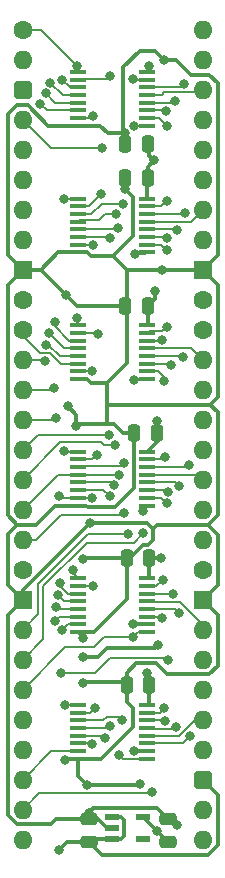
<source format=gtl>
%TF.GenerationSoftware,KiCad,Pcbnew,8.0.4*%
%TF.CreationDate,2024-08-22T12:59:09+02:00*%
%TF.ProjectId,Counter 24bit,436f756e-7465-4722-9032-346269742e6b,rev?*%
%TF.SameCoordinates,PX4756f08PY2e063a0*%
%TF.FileFunction,Copper,L1,Top*%
%TF.FilePolarity,Positive*%
%FSLAX46Y46*%
G04 Gerber Fmt 4.6, Leading zero omitted, Abs format (unit mm)*
G04 Created by KiCad (PCBNEW 8.0.4) date 2024-08-22 12:59:09*
%MOMM*%
%LPD*%
G01*
G04 APERTURE LIST*
G04 Aperture macros list*
%AMRoundRect*
0 Rectangle with rounded corners*
0 $1 Rounding radius*
0 $2 $3 $4 $5 $6 $7 $8 $9 X,Y pos of 4 corners*
0 Add a 4 corners polygon primitive as box body*
4,1,4,$2,$3,$4,$5,$6,$7,$8,$9,$2,$3,0*
0 Add four circle primitives for the rounded corners*
1,1,$1+$1,$2,$3*
1,1,$1+$1,$4,$5*
1,1,$1+$1,$6,$7*
1,1,$1+$1,$8,$9*
0 Add four rect primitives between the rounded corners*
20,1,$1+$1,$2,$3,$4,$5,0*
20,1,$1+$1,$4,$5,$6,$7,0*
20,1,$1+$1,$6,$7,$8,$9,0*
20,1,$1+$1,$8,$9,$2,$3,0*%
G04 Aperture macros list end*
%TA.AperFunction,ComponentPad*%
%ADD10C,1.600000*%
%TD*%
%TA.AperFunction,ComponentPad*%
%ADD11O,1.600000X1.600000*%
%TD*%
%TA.AperFunction,ComponentPad*%
%ADD12RoundRect,0.400000X-0.400000X-0.400000X0.400000X-0.400000X0.400000X0.400000X-0.400000X0.400000X0*%
%TD*%
%TA.AperFunction,ComponentPad*%
%ADD13R,1.600000X1.600000*%
%TD*%
%TA.AperFunction,SMDPad,CuDef*%
%ADD14RoundRect,0.250000X0.475000X-0.250000X0.475000X0.250000X-0.475000X0.250000X-0.475000X-0.250000X0*%
%TD*%
%TA.AperFunction,SMDPad,CuDef*%
%ADD15R,1.450000X0.450000*%
%TD*%
%TA.AperFunction,SMDPad,CuDef*%
%ADD16R,1.150000X0.600000*%
%TD*%
%TA.AperFunction,SMDPad,CuDef*%
%ADD17RoundRect,0.250000X0.250000X0.475000X-0.250000X0.475000X-0.250000X-0.475000X0.250000X-0.475000X0*%
%TD*%
%TA.AperFunction,ViaPad*%
%ADD18C,0.800000*%
%TD*%
%TA.AperFunction,Conductor*%
%ADD19C,0.380000*%
%TD*%
%TA.AperFunction,Conductor*%
%ADD20C,0.200000*%
%TD*%
G04 APERTURE END LIST*
D10*
%TO.P,J1,1,Pin_1*%
%TO.N,~{Reset}*%
X0Y0D03*
D11*
%TO.P,J1,2,Pin_2*%
%TO.N,unconnected-(J1-Pin_2-Pad2)*%
X0Y-2540000D03*
D12*
%TO.P,J1,3,Pin_3*%
%TO.N,5V*%
X0Y-5080000D03*
D11*
%TO.P,J1,4,Pin_4*%
%TO.N,CLK*%
X0Y-7620000D03*
%TO.P,J1,5,Pin_5*%
%TO.N,unconnected-(J1-Pin_5-Pad5)*%
X0Y-10160000D03*
%TO.P,J1,6,Pin_6*%
%TO.N,unconnected-(J1-Pin_6-Pad6)*%
X0Y-12700000D03*
%TO.P,J1,7,Pin_7*%
%TO.N,unconnected-(J1-Pin_7-Pad7)*%
X0Y-15240000D03*
%TO.P,J1,8,Pin_8*%
%TO.N,unconnected-(J1-Pin_8-Pad8)*%
X0Y-17780000D03*
D13*
%TO.P,J1,9,Pin_9*%
%TO.N,GND*%
X0Y-20320000D03*
D10*
%TO.P,J1,10,Pin_10*%
%TO.N,unconnected-(J1-Pin_10-Pad10)*%
X0Y-22860000D03*
%TO.P,J1,11,Pin_11*%
%TO.N,D7*%
X0Y-25400000D03*
D11*
%TO.P,J1,12,Pin_12*%
%TO.N,D6*%
X0Y-27940000D03*
%TO.P,J1,13,Pin_13*%
%TO.N,D5*%
X0Y-30480000D03*
%TO.P,J1,14,Pin_14*%
%TO.N,D4*%
X0Y-33020000D03*
%TO.P,J1,15,Pin_15*%
%TO.N,D3*%
X0Y-35560000D03*
%TO.P,J1,16,Pin_16*%
%TO.N,D2*%
X0Y-38100000D03*
%TO.P,J1,17,Pin_17*%
%TO.N,D1*%
X0Y-40640000D03*
%TO.P,J1,18,Pin_18*%
%TO.N,D0*%
X0Y-43180000D03*
D10*
%TO.P,J1,19,Pin_19*%
%TO.N,unconnected-(J1-Pin_19-Pad19)*%
X0Y-45720000D03*
D13*
%TO.P,J1,20,Pin_20*%
%TO.N,GND*%
X0Y-48260000D03*
D11*
%TO.P,J1,21,Pin_21*%
%TO.N,~{Latch Bank}*%
X0Y-50800000D03*
%TO.P,J1,22,Pin_22*%
%TO.N,~{Latch High}*%
X0Y-53340000D03*
%TO.P,J1,23,Pin_23*%
%TO.N,~{Latch Low}*%
X0Y-55880000D03*
%TO.P,J1,24,Pin_24*%
%TO.N,unconnected-(J1-Pin_24-Pad24)*%
X0Y-58420000D03*
%TO.P,J1,25,Pin_25*%
%TO.N,unconnected-(J1-Pin_25-Pad25)*%
X0Y-60960000D03*
%TO.P,J1,26,Pin_26*%
%TO.N,Count Enable*%
X0Y-63500000D03*
%TO.P,J1,27,Pin_27*%
%TO.N,TC_{0..3}*%
X0Y-66040000D03*
%TO.P,J1,28,Pin_28*%
%TO.N,TC_{20..23}*%
X0Y-68580000D03*
%TO.P,J1,29,Pin_29*%
%TO.N,unconnected-(J1-Pin_29-Pad29)*%
X15240000Y-68580000D03*
%TO.P,J1,30,Pin_30*%
%TO.N,C0*%
X15240000Y-66040000D03*
D12*
%TO.P,J1,31,Pin_31*%
%TO.N,5V*%
X15240000Y-63500000D03*
D11*
%TO.P,J1,32,Pin_32*%
%TO.N,C1*%
X15240000Y-60960000D03*
%TO.P,J1,33,Pin_33*%
%TO.N,C2*%
X15240000Y-58420000D03*
%TO.P,J1,34,Pin_34*%
%TO.N,C3*%
X15240000Y-55880000D03*
%TO.P,J1,35,Pin_35*%
%TO.N,C4*%
X15240000Y-53340000D03*
%TO.P,J1,36,Pin_36*%
%TO.N,C5*%
X15240000Y-50800000D03*
D13*
%TO.P,J1,37,Pin_37*%
%TO.N,GND*%
X15240000Y-48260000D03*
D10*
%TO.P,J1,38,Pin_38*%
%TO.N,C6*%
X15240000Y-45720000D03*
D11*
%TO.P,J1,39,Pin_39*%
%TO.N,C7*%
X15240000Y-43180000D03*
%TO.P,J1,40,Pin_40*%
%TO.N,C8*%
X15240000Y-40640000D03*
%TO.P,J1,41,Pin_41*%
%TO.N,C9*%
X15240000Y-38100000D03*
%TO.P,J1,42,Pin_42*%
%TO.N,C10*%
X15240000Y-35560000D03*
%TO.P,J1,43,Pin_43*%
%TO.N,C11*%
X15240000Y-33020000D03*
%TO.P,J1,44,Pin_44*%
%TO.N,C12*%
X15240000Y-30480000D03*
%TO.P,J1,45,Pin_45*%
%TO.N,C13*%
X15240000Y-27940000D03*
D10*
%TO.P,J1,46,Pin_46*%
%TO.N,C14*%
X15240000Y-25400000D03*
%TO.P,J1,47,Pin_47*%
%TO.N,C15*%
X15240000Y-22860000D03*
D13*
%TO.P,J1,48,Pin_48*%
%TO.N,GND*%
X15240000Y-20320000D03*
D11*
%TO.P,J1,49,Pin_49*%
%TO.N,C16*%
X15240000Y-17780000D03*
%TO.P,J1,50,Pin_50*%
%TO.N,C17*%
X15240000Y-15240000D03*
%TO.P,J1,51,Pin_51*%
%TO.N,C18*%
X15240000Y-12700000D03*
%TO.P,J1,52,Pin_52*%
%TO.N,C19*%
X15240000Y-10160000D03*
%TO.P,J1,53,Pin_53*%
%TO.N,C20*%
X15240000Y-7620000D03*
%TO.P,J1,54,Pin_54*%
%TO.N,C21*%
X15240000Y-5080000D03*
%TO.P,J1,55,Pin_55*%
%TO.N,C22*%
X15240000Y-2540000D03*
%TO.P,J1,56,Pin_56*%
%TO.N,C23*%
X15240000Y0D03*
%TD*%
D14*
%TO.P,C10,1*%
%TO.N,5V*%
X5588000Y-68752000D03*
%TO.P,C10,2*%
%TO.N,GND*%
X5588000Y-66852000D03*
%TD*%
D15*
%TO.P,IC7,1,~{MR}*%
%TO.N,~{Reset}*%
X4695000Y-25004600D03*
%TO.P,IC7,2,CP*%
%TO.N,CLK*%
X4695000Y-25654600D03*
%TO.P,IC7,3,D0*%
%TO.N,D4*%
X4695000Y-26304600D03*
%TO.P,IC7,4,D1*%
%TO.N,D5*%
X4695000Y-26954600D03*
%TO.P,IC7,5,D2*%
%TO.N,D6*%
X4695000Y-27604600D03*
%TO.P,IC7,6,D3*%
%TO.N,D7*%
X4695000Y-28254600D03*
%TO.P,IC7,7,CEP*%
%TO.N,TC_{0..3}*%
X4695000Y-28904600D03*
%TO.P,IC7,8,GND*%
%TO.N,GND*%
X4695000Y-29554600D03*
%TO.P,IC7,9,~{PE}*%
%TO.N,~{Latch High}*%
X10545000Y-29554600D03*
%TO.P,IC7,10,CET*%
%TO.N,/TC_{8..11}*%
X10545000Y-28904600D03*
%TO.P,IC7,11,Q3*%
%TO.N,C15*%
X10545000Y-28254600D03*
%TO.P,IC7,12,Q2*%
%TO.N,C14*%
X10545000Y-27604600D03*
%TO.P,IC7,13,Q1*%
%TO.N,C13*%
X10545000Y-26954600D03*
%TO.P,IC7,14,Q0*%
%TO.N,C12*%
X10545000Y-26304600D03*
%TO.P,IC7,15,TC*%
%TO.N,/TC_{12..15}*%
X10545000Y-25654600D03*
%TO.P,IC7,16,3V*%
%TO.N,/3.3V*%
X10545000Y-25004600D03*
%TD*%
D16*
%TO.P,IC1,1,6VIn*%
%TO.N,5V*%
X7590000Y-66614000D03*
%TO.P,IC1,2,GND*%
%TO.N,GND*%
X7590000Y-67564000D03*
%TO.P,IC1,3,EN*%
%TO.N,5V*%
X7590000Y-68514000D03*
%TO.P,IC1,4,ADJ*%
%TO.N,unconnected-(IC1-ADJ-Pad4)*%
X10190000Y-68514000D03*
%TO.P,IC1,5,3.3VOut*%
%TO.N,/3.3V*%
X10190000Y-66614000D03*
%TD*%
D17*
%TO.P,C1,1*%
%TO.N,/3.3V*%
X10586000Y-12573000D03*
%TO.P,C1,2*%
%TO.N,GND*%
X8686000Y-12573000D03*
%TD*%
%TO.P,C2,1*%
%TO.N,/3.3V*%
X11348000Y-34163000D03*
%TO.P,C2,2*%
%TO.N,GND*%
X9448000Y-34163000D03*
%TD*%
%TO.P,C7,1*%
%TO.N,/3.3V*%
X10586000Y-23368000D03*
%TO.P,C7,2*%
%TO.N,GND*%
X8686000Y-23368000D03*
%TD*%
D15*
%TO.P,IC6,1,~{MR}*%
%TO.N,~{Reset}*%
X4695000Y-35723400D03*
%TO.P,IC6,2,CP*%
%TO.N,CLK*%
X4695000Y-36373400D03*
%TO.P,IC6,3,D0*%
%TO.N,D0*%
X4695000Y-37023400D03*
%TO.P,IC6,4,D1*%
%TO.N,D1*%
X4695000Y-37673400D03*
%TO.P,IC6,5,D2*%
%TO.N,D2*%
X4695000Y-38323400D03*
%TO.P,IC6,6,D3*%
%TO.N,D3*%
X4695000Y-38973400D03*
%TO.P,IC6,7,CEP*%
%TO.N,TC_{0..3}*%
X4695000Y-39623400D03*
%TO.P,IC6,8,GND*%
%TO.N,GND*%
X4695000Y-40273400D03*
%TO.P,IC6,9,~{PE}*%
%TO.N,~{Latch High}*%
X10545000Y-40273400D03*
%TO.P,IC6,10,CET*%
%TO.N,/TC_{4..7}*%
X10545000Y-39623400D03*
%TO.P,IC6,11,Q3*%
%TO.N,C11*%
X10545000Y-38973400D03*
%TO.P,IC6,12,Q2*%
%TO.N,C10*%
X10545000Y-38323400D03*
%TO.P,IC6,13,Q1*%
%TO.N,C9*%
X10545000Y-37673400D03*
%TO.P,IC6,14,Q0*%
%TO.N,C8*%
X10545000Y-37023400D03*
%TO.P,IC6,15,TC*%
%TO.N,/TC_{8..11}*%
X10545000Y-36373400D03*
%TO.P,IC6,16,3V*%
%TO.N,/3.3V*%
X10545000Y-35723400D03*
%TD*%
%TO.P,IC9,1,~{MR}*%
%TO.N,~{Reset}*%
X4695000Y-14285800D03*
%TO.P,IC9,2,CP*%
%TO.N,CLK*%
X4695000Y-14935800D03*
%TO.P,IC9,3,D0*%
%TO.N,D0*%
X4695000Y-15585800D03*
%TO.P,IC9,4,D1*%
%TO.N,D1*%
X4695000Y-16235800D03*
%TO.P,IC9,5,D2*%
%TO.N,D2*%
X4695000Y-16885800D03*
%TO.P,IC9,6,D3*%
%TO.N,D3*%
X4695000Y-17535800D03*
%TO.P,IC9,7,CEP*%
%TO.N,TC_{0..3}*%
X4695000Y-18185800D03*
%TO.P,IC9,8,GND*%
%TO.N,GND*%
X4695000Y-18835800D03*
%TO.P,IC9,9,~{PE}*%
%TO.N,~{Latch Bank}*%
X10545000Y-18835800D03*
%TO.P,IC9,10,CET*%
%TO.N,/TC_{12..15}*%
X10545000Y-18185800D03*
%TO.P,IC9,11,Q3*%
%TO.N,C19*%
X10545000Y-17535800D03*
%TO.P,IC9,12,Q2*%
%TO.N,C18*%
X10545000Y-16885800D03*
%TO.P,IC9,13,Q1*%
%TO.N,C17*%
X10545000Y-16235800D03*
%TO.P,IC9,14,Q0*%
%TO.N,C16*%
X10545000Y-15585800D03*
%TO.P,IC9,15,TC*%
%TO.N,/TC_{16..19}*%
X10545000Y-14935800D03*
%TO.P,IC9,16,3V*%
%TO.N,/3.3V*%
X10545000Y-14285800D03*
%TD*%
D17*
%TO.P,C12,1*%
%TO.N,/3.3V*%
X10586000Y-9652000D03*
%TO.P,C12,2*%
%TO.N,GND*%
X8686000Y-9652000D03*
%TD*%
D15*
%TO.P,IC4,1,~{MR}*%
%TO.N,~{Reset}*%
X4695000Y-46442200D03*
%TO.P,IC4,2,CP*%
%TO.N,CLK*%
X4695000Y-47092200D03*
%TO.P,IC4,3,D0*%
%TO.N,D4*%
X4695000Y-47742200D03*
%TO.P,IC4,4,D1*%
%TO.N,D5*%
X4695000Y-48392200D03*
%TO.P,IC4,5,D2*%
%TO.N,D6*%
X4695000Y-49042200D03*
%TO.P,IC4,6,D3*%
%TO.N,D7*%
X4695000Y-49692200D03*
%TO.P,IC4,7,CEP*%
%TO.N,TC_{0..3}*%
X4695000Y-50342200D03*
%TO.P,IC4,8,GND*%
%TO.N,GND*%
X4695000Y-50992200D03*
%TO.P,IC4,9,~{PE}*%
%TO.N,~{Latch Low}*%
X10545000Y-50992200D03*
%TO.P,IC4,10,CET*%
%TO.N,/3.3V*%
X10545000Y-50342200D03*
%TO.P,IC4,11,Q3*%
%TO.N,C7*%
X10545000Y-49692200D03*
%TO.P,IC4,12,Q2*%
%TO.N,C6*%
X10545000Y-49042200D03*
%TO.P,IC4,13,Q1*%
%TO.N,C5*%
X10545000Y-48392200D03*
%TO.P,IC4,14,Q0*%
%TO.N,C4*%
X10545000Y-47742200D03*
%TO.P,IC4,15,TC*%
%TO.N,/TC_{4..7}*%
X10545000Y-47092200D03*
%TO.P,IC4,16,3V*%
%TO.N,/3.3V*%
X10545000Y-46442200D03*
%TD*%
%TO.P,IC3,1,~{MR}*%
%TO.N,~{Reset}*%
X4695000Y-57161000D03*
%TO.P,IC3,2,CP*%
%TO.N,CLK*%
X4695000Y-57811000D03*
%TO.P,IC3,3,D0*%
%TO.N,D0*%
X4695000Y-58461000D03*
%TO.P,IC3,4,D1*%
%TO.N,D1*%
X4695000Y-59111000D03*
%TO.P,IC3,5,D2*%
%TO.N,D2*%
X4695000Y-59761000D03*
%TO.P,IC3,6,D3*%
%TO.N,D3*%
X4695000Y-60411000D03*
%TO.P,IC3,7,CEP*%
%TO.N,Count Enable*%
X4695000Y-61061000D03*
%TO.P,IC3,8,GND*%
%TO.N,GND*%
X4695000Y-61711000D03*
%TO.P,IC3,9,~{PE}*%
%TO.N,~{Latch Low}*%
X10545000Y-61711000D03*
%TO.P,IC3,10,CET*%
%TO.N,/3.3V*%
X10545000Y-61061000D03*
%TO.P,IC3,11,Q3*%
%TO.N,C3*%
X10545000Y-60411000D03*
%TO.P,IC3,12,Q2*%
%TO.N,C2*%
X10545000Y-59761000D03*
%TO.P,IC3,13,Q1*%
%TO.N,C1*%
X10545000Y-59111000D03*
%TO.P,IC3,14,Q0*%
%TO.N,C0*%
X10545000Y-58461000D03*
%TO.P,IC3,15,TC*%
%TO.N,TC_{0..3}*%
X10545000Y-57811000D03*
%TO.P,IC3,16,3V*%
%TO.N,/3.3V*%
X10545000Y-57161000D03*
%TD*%
%TO.P,IC10,1,~{MR}*%
%TO.N,~{Reset}*%
X4695000Y-3567000D03*
%TO.P,IC10,2,CP*%
%TO.N,CLK*%
X4695000Y-4217000D03*
%TO.P,IC10,3,D0*%
%TO.N,D4*%
X4695000Y-4867000D03*
%TO.P,IC10,4,D1*%
%TO.N,D5*%
X4695000Y-5517000D03*
%TO.P,IC10,5,D2*%
%TO.N,D6*%
X4695000Y-6167000D03*
%TO.P,IC10,6,D3*%
%TO.N,D7*%
X4695000Y-6817000D03*
%TO.P,IC10,7,CEP*%
%TO.N,TC_{0..3}*%
X4695000Y-7467000D03*
%TO.P,IC10,8,GND*%
%TO.N,GND*%
X4695000Y-8117000D03*
%TO.P,IC10,9,~{PE}*%
%TO.N,~{Latch Bank}*%
X10545000Y-8117000D03*
%TO.P,IC10,10,CET*%
%TO.N,/TC_{16..19}*%
X10545000Y-7467000D03*
%TO.P,IC10,11,Q3*%
%TO.N,C23*%
X10545000Y-6817000D03*
%TO.P,IC10,12,Q2*%
%TO.N,C22*%
X10545000Y-6167000D03*
%TO.P,IC10,13,Q1*%
%TO.N,C21*%
X10545000Y-5517000D03*
%TO.P,IC10,14,Q0*%
%TO.N,C20*%
X10545000Y-4867000D03*
%TO.P,IC10,15,TC*%
%TO.N,TC_{20..23}*%
X10545000Y-4217000D03*
%TO.P,IC10,16,3V*%
%TO.N,/3.3V*%
X10545000Y-3567000D03*
%TD*%
D14*
%TO.P,C11,1*%
%TO.N,/3.3V*%
X12319000Y-68752000D03*
%TO.P,C11,2*%
%TO.N,GND*%
X12319000Y-66852000D03*
%TD*%
D17*
%TO.P,C14,1*%
%TO.N,/3.3V*%
X10713000Y-44704000D03*
%TO.P,C14,2*%
%TO.N,GND*%
X8813000Y-44704000D03*
%TD*%
%TO.P,C9,1*%
%TO.N,/3.3V*%
X10713000Y-55499000D03*
%TO.P,C9,2*%
%TO.N,GND*%
X8813000Y-55499000D03*
%TD*%
D18*
%TO.N,/3.3V*%
X10541003Y-54483000D03*
X11348000Y-33147000D03*
X10713000Y-3048000D03*
X11407500Y-67840500D03*
X9336000Y-50347904D03*
X11682000Y-44704002D03*
X11114000Y-11049000D03*
X11176000Y-22111311D03*
X9396464Y-61060991D03*
%TO.N,GND*%
X5147675Y-55308421D03*
X3808000Y-31877000D03*
X5461000Y-63943000D03*
X3681000Y-22479000D03*
X8686000Y-13513996D03*
X5147675Y-53086000D03*
X9953791Y-63884942D03*
X4508000Y-33527990D03*
X11809000Y-20320000D03*
X8634000Y-8763000D03*
X13078986Y-67310000D03*
X5712996Y-41774066D03*
X3550299Y-61811000D03*
X11428000Y-52070000D03*
X11936000Y-2540000D03*
X5147675Y-44761319D03*
X5147675Y-51516675D03*
X5588000Y-66294000D03*
%TO.N,5V*%
X3110500Y-69406500D03*
%TO.N,C1*%
X12952774Y-59055000D03*
%TO.N,D3*%
X7302000Y-34290000D03*
X7375588Y-17585800D03*
X7369000Y-39497000D03*
X5888374Y-60461000D03*
%TO.N,CLK*%
X6669000Y-13875320D03*
X6729000Y-9980758D03*
X6413000Y-25716496D03*
X6289718Y-35986863D03*
X6096000Y-57404000D03*
X5968996Y-47104673D03*
X7366000Y-3937000D03*
%TO.N,D2*%
X6983000Y-59944000D03*
X7828019Y-35140475D03*
X7719546Y-38542412D03*
X8054924Y-16819158D03*
%TO.N,C0*%
X12033000Y-58482000D03*
%TO.N,D0*%
X8569000Y-36657409D03*
X8605293Y-40934066D03*
X8515029Y-14706549D03*
X8432413Y-58405751D03*
%TO.N,C3*%
X14204184Y-59783491D03*
%TO.N,~{Latch Low}*%
X9336000Y-51434996D03*
X8128411Y-61428469D03*
%TO.N,TC_{0..3}*%
X10920000Y-64516000D03*
X12268000Y-53317706D03*
X3264645Y-54447645D03*
X5880873Y-28863002D03*
X12006634Y-57432328D03*
X3339830Y-50841346D03*
X5969000Y-7327000D03*
X3110000Y-39433400D03*
X5904500Y-39623789D03*
X5946708Y-18235800D03*
%TO.N,~{Reset}*%
X3520344Y-35687000D03*
X3537709Y-14295439D03*
X4238000Y-45720000D03*
X3560154Y-57147791D03*
X4570000Y-24384000D03*
X4572000Y-3048000D03*
%TO.N,D1*%
X7872000Y-15621000D03*
X7416158Y-58939623D03*
X8169000Y-37649105D03*
%TO.N,D7*%
X1444441Y-6239289D03*
X2749735Y-50034008D03*
%TO.N,C4*%
X12762000Y-47739872D03*
%TO.N,D4*%
X3196723Y-46801670D03*
X2730000Y-24730890D03*
X2792000Y-32893000D03*
X3319185Y-4218289D03*
%TO.N,D6*%
X1956053Y-5380071D03*
X2792000Y-48860997D03*
X2014424Y-26667000D03*
X1903000Y-28067000D03*
%TO.N,C6*%
X13208000Y-49374472D03*
%TO.N,/TC_{4..7}*%
X12226811Y-40100876D03*
X11874495Y-46545505D03*
%TO.N,D5*%
X2665000Y-30353000D03*
X2348956Y-4460488D03*
X2248891Y-25694873D03*
X2961196Y-47862348D03*
%TO.N,C7*%
X11764655Y-49770792D03*
%TO.N,~{Latch High}*%
X9431000Y-29605935D03*
X10219996Y-42614071D03*
X10182852Y-40767002D03*
%TO.N,C8*%
X14097000Y-36830000D03*
%TO.N,C11*%
X12320008Y-39105226D03*
%TO.N,C10*%
X13208000Y-38608000D03*
%TO.N,C14*%
X13589000Y-27686000D03*
%TO.N,/TC_{8..11}*%
X11938000Y-29718000D03*
X12065000Y-36195000D03*
%TO.N,C12*%
X11811000Y-26254598D03*
%TO.N,C15*%
X12548618Y-28348718D03*
%TO.N,C19*%
X12192000Y-17585804D03*
%TO.N,/TC_{12..15}*%
X12192000Y-25146000D03*
X12192000Y-18669000D03*
%TO.N,C16*%
X13753858Y-15505320D03*
%TO.N,~{Latch Bank}*%
X8935008Y-42692918D03*
X9481000Y-18979980D03*
X9402501Y-8122925D03*
%TO.N,C18*%
X13053858Y-16935800D03*
%TO.N,/TC_{16..19}*%
X12192000Y-8128000D03*
X12192000Y-14478000D03*
%TO.N,C20*%
X13671975Y-4589975D03*
%TO.N,TC_{20..23}*%
X9384384Y-4203874D03*
%TO.N,C22*%
X12892000Y-6020724D03*
%TO.N,C23*%
X12132341Y-6875846D03*
%TD*%
D19*
%TO.N,/3.3V*%
X10713000Y-55499000D02*
X10713000Y-56993000D01*
X10586000Y-24963600D02*
X10545000Y-25004600D01*
X10586000Y-23368000D02*
X10586000Y-24963600D01*
X9396464Y-61060991D02*
X9409599Y-61074126D01*
X10713000Y-44704000D02*
X10713000Y-46274200D01*
X10541000Y-54483003D02*
X10541003Y-54483000D01*
X11348000Y-34163000D02*
X11348000Y-34920400D01*
X10713000Y-3399000D02*
X10545000Y-3567000D01*
X10713000Y-44704000D02*
X11681998Y-44704000D01*
X10586000Y-12573000D02*
X10586000Y-11577000D01*
X10733000Y-10668000D02*
X11114000Y-11049000D01*
X9409599Y-61074126D02*
X10531874Y-61074126D01*
X10190000Y-66623000D02*
X11407500Y-67840500D01*
X11681998Y-44704000D02*
X11682000Y-44704002D01*
X11176000Y-22778000D02*
X11176000Y-22111311D01*
X10733000Y-9799000D02*
X10733000Y-10668000D01*
X10713000Y-46274200D02*
X10545000Y-46442200D01*
X9341704Y-50342200D02*
X9336000Y-50347904D01*
X10545000Y-50342200D02*
X9341704Y-50342200D01*
X10541000Y-55327000D02*
X10541000Y-54483003D01*
X10586000Y-11577000D02*
X11114000Y-11049000D01*
X10713000Y-56993000D02*
X10545000Y-57161000D01*
X12319000Y-68752000D02*
X11407500Y-67840500D01*
X10586000Y-23368000D02*
X11176000Y-22778000D01*
X11348000Y-34920400D02*
X10545000Y-35723400D01*
X10545000Y-12614000D02*
X10545000Y-14285800D01*
X11348000Y-34163000D02*
X11348000Y-33147000D01*
%TO.N,GND*%
X4695000Y-8117000D02*
X2179915Y-8117000D01*
X12952000Y-2540000D02*
X11936000Y-2540000D01*
X4695000Y-18835800D02*
X3008200Y-18835800D01*
X15873000Y-31750000D02*
X7102700Y-31750000D01*
X5776500Y-29908500D02*
X5422600Y-29554600D01*
X2179915Y-8117000D02*
X412915Y-6350000D01*
X8634000Y-8763000D02*
X8634000Y-9600000D01*
X11809000Y-20320000D02*
X8813000Y-20320000D01*
X9430000Y-34181000D02*
X9430000Y-38804231D01*
X-469000Y-41910000D02*
X-1272000Y-42713000D01*
X7670000Y-19177000D02*
X9355029Y-17491971D01*
X6629588Y-61739352D02*
X4723352Y-61739352D01*
X5147675Y-51444875D02*
X4695000Y-50992200D01*
X0Y-48260000D02*
X0Y-47460000D01*
X11362125Y-41938000D02*
X11047000Y-42253125D01*
X8813000Y-44704000D02*
X5204994Y-44704000D01*
X7237000Y-8763000D02*
X6591000Y-8117000D01*
X9075976Y-44704000D02*
X10190976Y-43589000D01*
X-1272000Y-7112000D02*
X-1272000Y-19048000D01*
X412915Y-6350000D02*
X-510000Y-6350000D01*
X5713008Y-41774054D02*
X5712996Y-41774066D01*
X4695000Y-61711000D02*
X4695000Y-63177000D01*
X11380000Y-65913000D02*
X5969000Y-65913000D01*
X-1272000Y-19048000D02*
X0Y-20320000D01*
X10638000Y-43589000D02*
X11047000Y-43180000D01*
X16508000Y-42765085D02*
X15680915Y-41938000D01*
X12199041Y-54581922D02*
X15774078Y-54581922D01*
X-1272000Y-46988000D02*
X-346482Y-47913518D01*
X8686000Y-12573000D02*
X8686000Y-13513996D01*
X12620986Y-66852000D02*
X13078986Y-67310000D01*
X4570000Y-23368000D02*
X3681000Y-22479000D01*
X7102700Y-33393700D02*
X7102700Y-31750000D01*
X16508000Y-31115000D02*
X16508000Y-21588000D01*
X8813000Y-54431000D02*
X9596326Y-53647674D01*
X15873000Y-31750000D02*
X16508000Y-31115000D01*
X-1272000Y-42713000D02*
X-1272000Y-46988000D01*
X14222000Y-3810000D02*
X12952000Y-2540000D01*
X6400000Y-66852000D02*
X5588000Y-66852000D01*
X4634990Y-33401000D02*
X4508000Y-33527990D01*
X16508000Y-41087000D02*
X16508000Y-32385000D01*
X7110000Y-52324000D02*
X6348000Y-53086000D01*
X8813000Y-20320000D02*
X8813000Y-23241000D01*
X5211096Y-55245000D02*
X5147675Y-55308421D01*
X-510000Y-6350000D02*
X-1272000Y-7112000D01*
X4695000Y-61711000D02*
X3650299Y-61711000D01*
X15240000Y-20320000D02*
X11809000Y-20320000D01*
X16508000Y-46992000D02*
X16508000Y-42765085D01*
X7102700Y-29908500D02*
X8813000Y-28198200D01*
X9895733Y-63943000D02*
X9953791Y-63884942D01*
X-1272000Y-41107000D02*
X-1272000Y-21592000D01*
X5429479Y-18835800D02*
X4695000Y-18835800D01*
X4508000Y-32577000D02*
X3808000Y-31877000D01*
X5066000Y-51363200D02*
X5066000Y-51435000D01*
X16508000Y-4506001D02*
X15811999Y-3810000D01*
X10190976Y-43589000D02*
X10638000Y-43589000D01*
X3681000Y-22477000D02*
X3681000Y-22479000D01*
X11362125Y-41938000D02*
X15657000Y-41938000D01*
X5969000Y-65913000D02*
X5588000Y-66294000D01*
X11428000Y-52070000D02*
X11174000Y-52324000D01*
X15240000Y-20320000D02*
X16508000Y-19052000D01*
X5375589Y-40273400D02*
X4695000Y-40273400D01*
X5147675Y-51516675D02*
X5147675Y-51444875D01*
X7745000Y-33401000D02*
X4634990Y-33401000D01*
X15774078Y-54581922D02*
X16508000Y-53848000D01*
X7491000Y-19177000D02*
X5770679Y-19177000D01*
X15240000Y-20320000D02*
X16508000Y-21588000D01*
X11264793Y-53647674D02*
X12199041Y-54581922D01*
X5770679Y-19177000D02*
X5429479Y-18835800D01*
X8813000Y-56904062D02*
X9312938Y-57404000D01*
X15811999Y-3810000D02*
X14222000Y-3810000D01*
X5588000Y-66852000D02*
X2789000Y-66852000D01*
X8559000Y-55245000D02*
X5211096Y-55245000D01*
X9904000Y-1778000D02*
X11174000Y-1778000D01*
X9596326Y-53647674D02*
X11264793Y-53647674D01*
X8507000Y-8636000D02*
X8507000Y-3175000D01*
X2411000Y-67230000D02*
X-492915Y-67230000D01*
X7590000Y-67564000D02*
X7112000Y-67564000D01*
X9448000Y-34163000D02*
X8507000Y-34163000D01*
X5588000Y-66852000D02*
X5588000Y-66294000D01*
X2777600Y-40273400D02*
X1141000Y-41910000D01*
X5066000Y-51435000D02*
X5147675Y-51516675D01*
X0Y-20320000D02*
X1524000Y-20320000D01*
X8813000Y-48210000D02*
X8813000Y-44704000D01*
X16508000Y-53848000D02*
X16508000Y-49528000D01*
X1141000Y-41910000D02*
X-469000Y-41910000D01*
X3008200Y-18835800D02*
X1524000Y-20320000D01*
X12319000Y-66852000D02*
X11380000Y-65913000D01*
X5776500Y-29908500D02*
X7102700Y-29908500D01*
X6591000Y-8117000D02*
X4695000Y-8117000D01*
X8813000Y-55499000D02*
X8813000Y-54431000D01*
X16508000Y-32385000D02*
X15873000Y-31750000D01*
X8634000Y-8763000D02*
X7237000Y-8763000D01*
X7102700Y-31750000D02*
X7102700Y-29908500D01*
X7820942Y-40413289D02*
X5515478Y-40413289D01*
X11174000Y-52324000D02*
X7110000Y-52324000D01*
X16508000Y-49528000D02*
X15240000Y-48260000D01*
X8507000Y-34163000D02*
X7745000Y-33401000D01*
X7670000Y-19177000D02*
X8813000Y-20320000D01*
X8507000Y-3175000D02*
X9904000Y-1778000D01*
X8813000Y-28198200D02*
X8813000Y-23495000D01*
X1524000Y-20320000D02*
X3681000Y-22477000D01*
X4695000Y-40273400D02*
X2777600Y-40273400D01*
X8634000Y-8763000D02*
X8507000Y-8636000D01*
X7110000Y-33401000D02*
X7102700Y-33393700D01*
X9312938Y-59056002D02*
X6629588Y-61739352D01*
X6030800Y-50992200D02*
X8813000Y-48210000D01*
X11174000Y-1778000D02*
X11936000Y-2540000D01*
X7112000Y-67564000D02*
X6400000Y-66852000D01*
X-1270000Y-49530000D02*
X0Y-48260000D01*
X5461000Y-63943000D02*
X9895733Y-63943000D01*
X5515478Y-40413289D02*
X5375589Y-40273400D01*
X4695000Y-50992200D02*
X6030800Y-50992200D01*
X3650299Y-61711000D02*
X3550299Y-61811000D01*
X4695000Y-63177000D02*
X5461000Y-63943000D01*
X16508000Y-41087000D02*
X15657000Y-41938000D01*
X5685934Y-41774066D02*
X5712996Y-41774066D01*
X7491000Y-19177000D02*
X7670000Y-19177000D01*
X-469000Y-41910000D02*
X-1272000Y-41107000D01*
X9430000Y-38804231D02*
X7820942Y-40413289D01*
X8813000Y-55499000D02*
X8813000Y-56904062D01*
X15680915Y-41938000D02*
X15657000Y-41938000D01*
X5422600Y-29554600D02*
X4695000Y-29554600D01*
X9355029Y-17491971D02*
X9355029Y-14183025D01*
X-492915Y-67230000D02*
X-1270000Y-66452915D01*
X9355029Y-14183025D02*
X8686000Y-13513996D01*
X9312938Y-57404000D02*
X9312938Y-59056002D01*
X15240000Y-48260000D02*
X16508000Y-46992000D01*
X2789000Y-66852000D02*
X2411000Y-67230000D01*
X11047000Y-42253125D02*
X10567929Y-41774054D01*
X5204994Y-44704000D02*
X5147675Y-44761319D01*
X-1272000Y-21592000D02*
X0Y-20320000D01*
X-1270000Y-66452915D02*
X-1270000Y-49530000D01*
X6348000Y-53086000D02*
X5147675Y-53086000D01*
X4508000Y-33527990D02*
X4508000Y-32577000D01*
X8686000Y-23368000D02*
X4570000Y-23368000D01*
X10567929Y-41774054D02*
X5713008Y-41774054D01*
X11047000Y-43180000D02*
X11047000Y-42253125D01*
X16508000Y-19052000D02*
X16508000Y-4506001D01*
X0Y-47460000D02*
X5685934Y-41774066D01*
%TO.N,5V*%
X15240000Y-63500000D02*
X16508000Y-64768000D01*
X7590000Y-68514000D02*
X5826000Y-68514000D01*
X16508000Y-64768000D02*
X16508000Y-68994915D01*
X8295000Y-66614000D02*
X8555000Y-66874000D01*
X5588000Y-68752000D02*
X3765000Y-68752000D01*
X16508000Y-68994915D02*
X15652915Y-69850000D01*
X8295000Y-68514000D02*
X7590000Y-68514000D01*
X15652915Y-69850000D02*
X6686000Y-69850000D01*
X8555000Y-68254000D02*
X8295000Y-68514000D01*
X6686000Y-69850000D02*
X5588000Y-68752000D01*
X8555000Y-66874000D02*
X8555000Y-68254000D01*
X7590000Y-66614000D02*
X8295000Y-66614000D01*
X3765000Y-68752000D02*
X3110500Y-69406500D01*
D20*
%TO.N,Count Enable*%
X2439000Y-61061000D02*
X0Y-63500000D01*
X4695000Y-61061000D02*
X2439000Y-61061000D01*
%TO.N,C1*%
X10616000Y-59182000D02*
X12825774Y-59182000D01*
X12825774Y-59182000D02*
X12952774Y-59055000D01*
%TO.N,D3*%
X6795289Y-38923289D02*
X7369000Y-39497000D01*
X7325588Y-17535800D02*
X7375588Y-17585800D01*
X4745111Y-38923289D02*
X6795289Y-38923289D01*
X5888374Y-60461000D02*
X5838374Y-60411000D01*
X4695000Y-17535800D02*
X7325588Y-17535800D01*
X1270000Y-34290000D02*
X7302000Y-34290000D01*
X5838374Y-60411000D02*
X4695000Y-60411000D01*
X0Y-35560000D02*
X1270000Y-34290000D01*
%TO.N,CLK*%
X6351104Y-25654600D02*
X6413000Y-25716496D01*
X4695000Y-25654600D02*
X6351104Y-25654600D01*
X5608520Y-14935800D02*
X6669000Y-13875320D01*
X4695000Y-47092200D02*
X5956523Y-47092200D01*
X5956523Y-47092200D02*
X5968996Y-47104673D01*
X7112000Y-4191000D02*
X7366000Y-3937000D01*
X5903181Y-36373400D02*
X6289718Y-35986863D01*
X2360758Y-9980758D02*
X6729000Y-9980758D01*
X0Y-7620000D02*
X2360758Y-9980758D01*
X4721000Y-4191000D02*
X7112000Y-4191000D01*
X4695000Y-57811000D02*
X5689000Y-57811000D01*
X4695000Y-14935800D02*
X5608520Y-14935800D01*
X4695000Y-36373400D02*
X5903181Y-36373400D01*
X5689000Y-57811000D02*
X6096000Y-57404000D01*
%TO.N,D2*%
X7500534Y-38323400D02*
X7719546Y-38542412D01*
X4695000Y-16885800D02*
X7988282Y-16885800D01*
X4695000Y-38323400D02*
X7500534Y-38323400D01*
X4695000Y-59761000D02*
X6800000Y-59761000D01*
X3175000Y-34925000D02*
X6649050Y-34925000D01*
X6649050Y-34925000D02*
X6864525Y-35140475D01*
X6864525Y-35140475D02*
X7828019Y-35140475D01*
X6800000Y-59761000D02*
X6983000Y-59944000D01*
X0Y-38100000D02*
X3175000Y-34925000D01*
X7988282Y-16885800D02*
X8054924Y-16819158D01*
%TO.N,C0*%
X12012000Y-58461000D02*
X12033000Y-58482000D01*
X10545000Y-58461000D02*
X12012000Y-58461000D01*
%TO.N,D0*%
X7105497Y-58189623D02*
X8216285Y-58189623D01*
X5807885Y-15585800D02*
X6687136Y-14706549D01*
X0Y-43180000D02*
X1131370Y-43180000D01*
X8216285Y-58189623D02*
X8432413Y-58405751D01*
X6687136Y-14706549D02*
X8515029Y-14706549D01*
X4769295Y-36949105D02*
X8277304Y-36949105D01*
X6834120Y-58461000D02*
X7105497Y-58189623D01*
X4695000Y-15585800D02*
X5807885Y-15585800D01*
X8277304Y-36949105D02*
X8569000Y-36657409D01*
X1131370Y-43180000D02*
X3254077Y-41057293D01*
X4695000Y-58461000D02*
X6834120Y-58461000D01*
X8482066Y-41057293D02*
X8605293Y-40934066D01*
X3254077Y-41057293D02*
X8482066Y-41057293D01*
%TO.N,C2*%
X10545000Y-59761000D02*
X13236724Y-59761000D01*
X13236724Y-59761000D02*
X14577724Y-58420000D01*
%TO.N,C3*%
X13576675Y-60411000D02*
X14204184Y-59783491D01*
X10545000Y-60411000D02*
X13576675Y-60411000D01*
%TO.N,~{Latch Low}*%
X6024324Y-52266676D02*
X6856004Y-51434996D01*
X9778796Y-50992200D02*
X9336000Y-51434996D01*
X3613324Y-52266676D02*
X6024324Y-52266676D01*
X0Y-55880000D02*
X3613324Y-52266676D01*
X10545000Y-50992200D02*
X9778796Y-50992200D01*
X8460933Y-61760991D02*
X8128411Y-61428469D01*
X9972009Y-61760991D02*
X8460933Y-61760991D01*
X6856004Y-51434996D02*
X9336000Y-51434996D01*
%TO.N,TC_{0..3}*%
X10793002Y-64642998D02*
X10920000Y-64516000D01*
X4695000Y-39623400D02*
X5904111Y-39623400D01*
X5904111Y-39623400D02*
X5904500Y-39623789D01*
X3300000Y-39623400D02*
X3110000Y-39433400D01*
X4695000Y-39623400D02*
X3300000Y-39623400D01*
X1397002Y-64642998D02*
X10793002Y-64642998D01*
X5896708Y-18185800D02*
X5946708Y-18235800D01*
X0Y-66040000D02*
X1397002Y-64642998D01*
X5880873Y-28863002D02*
X5839275Y-28904600D01*
X3264645Y-54447645D02*
X6129355Y-54447645D01*
X5839275Y-28904600D02*
X4695000Y-28904600D01*
X4695000Y-50342200D02*
X3838976Y-50342200D01*
X5829000Y-7467000D02*
X5969000Y-7327000D01*
X10545000Y-57811000D02*
X11627962Y-57811000D01*
X7419326Y-53157674D02*
X12107968Y-53157674D01*
X11627962Y-57811000D02*
X12006634Y-57432328D01*
X4695000Y-18185800D02*
X5896708Y-18185800D01*
X6129355Y-54447645D02*
X7419326Y-53157674D01*
X12107968Y-53157674D02*
X12268000Y-53317706D01*
X4695000Y-7467000D02*
X5829000Y-7467000D01*
X3838976Y-50342200D02*
X3339830Y-50841346D01*
%TO.N,~{Reset}*%
X3556744Y-35723400D02*
X3520344Y-35687000D01*
X0Y0D02*
X1524000Y0D01*
X3537709Y-14295439D02*
X3547348Y-14285800D01*
X4695000Y-3567000D02*
X4695000Y-3171000D01*
X4695000Y-35723400D02*
X3556744Y-35723400D01*
X4695000Y-3171000D02*
X4572000Y-3048000D01*
X3560154Y-57147791D02*
X4689791Y-57147791D01*
X4695000Y-24509000D02*
X4570000Y-24384000D01*
X4695000Y-46442200D02*
X4238000Y-45985200D01*
X3547348Y-14285800D02*
X4695000Y-14285800D01*
X4238000Y-45985200D02*
X4238000Y-45720000D01*
X4695000Y-25004600D02*
X4695000Y-24509000D01*
X1524000Y0D02*
X4572000Y-3048000D01*
%TO.N,D1*%
X4811642Y-16119158D02*
X6484842Y-16119158D01*
X6983000Y-15621000D02*
X7872000Y-15621000D01*
X4695000Y-59111000D02*
X7244781Y-59111000D01*
X2966600Y-37673400D02*
X0Y-40640000D01*
X4695000Y-37673400D02*
X8144705Y-37673400D01*
X6484842Y-16119158D02*
X6983000Y-15621000D01*
X8144705Y-37673400D02*
X8169000Y-37649105D01*
X7244781Y-59111000D02*
X7416158Y-58939623D01*
X4695000Y-37673400D02*
X2966600Y-37673400D01*
%TO.N,D7*%
X3091543Y-49692200D02*
X4695000Y-49692200D01*
X2022152Y-6817000D02*
X4695000Y-6817000D01*
X4695000Y-28254600D02*
X3209550Y-28254600D01*
X2749735Y-50034008D02*
X3091543Y-49692200D01*
X2321950Y-27367000D02*
X1459000Y-27367000D01*
X1459000Y-27367000D02*
X0Y-25908000D01*
X1444441Y-6239289D02*
X2022152Y-6817000D01*
X3209550Y-28254600D02*
X2321950Y-27367000D01*
%TO.N,C4*%
X12759672Y-47742200D02*
X12762000Y-47739872D01*
X10545000Y-47742200D02*
X12759672Y-47742200D01*
%TO.N,D4*%
X2665000Y-33020000D02*
X2792000Y-32893000D01*
X3850508Y-47742200D02*
X3196723Y-47088415D01*
X2730000Y-25084000D02*
X2730000Y-24730890D01*
X4695000Y-4867000D02*
X3967896Y-4867000D01*
X4695000Y-47742200D02*
X3850508Y-47742200D01*
X4695000Y-26304600D02*
X3950600Y-26304600D01*
X3967896Y-4867000D02*
X3319185Y-4218289D01*
X3196723Y-47088415D02*
X3196723Y-46801670D01*
X0Y-33020000D02*
X2665000Y-33020000D01*
X3950600Y-26304600D02*
X2730000Y-25084000D01*
%TO.N,C5*%
X10592672Y-48439872D02*
X13284347Y-48439872D01*
X13284347Y-48439872D02*
X15240000Y-50395525D01*
%TO.N,D6*%
X1956053Y-5380071D02*
X2742982Y-6167000D01*
X4695000Y-49042200D02*
X2973203Y-49042200D01*
X4695000Y-27604600D02*
X3125235Y-27604600D01*
X2742982Y-6167000D02*
X4695000Y-6167000D01*
X2973203Y-49042200D02*
X2792000Y-48860997D01*
X0Y-27940000D02*
X1776000Y-27940000D01*
X1776000Y-27940000D02*
X1903000Y-28067000D01*
X3125235Y-27604600D02*
X2187635Y-26667000D01*
X2187635Y-26667000D02*
X2014424Y-26667000D01*
%TO.N,C6*%
X10545000Y-49042200D02*
X12875728Y-49042200D01*
X12875728Y-49042200D02*
X13208000Y-49374472D01*
%TO.N,/TC_{4..7}*%
X10545000Y-39623400D02*
X11749335Y-39623400D01*
X11749335Y-39623400D02*
X12226811Y-40100876D01*
X11327800Y-47092200D02*
X11874495Y-46545505D01*
X10545000Y-47092200D02*
X11327800Y-47092200D01*
%TO.N,D5*%
X0Y-30480000D02*
X2538000Y-30480000D01*
X4695000Y-48392200D02*
X3491048Y-48392200D01*
X3405468Y-5517000D02*
X4695000Y-5517000D01*
X2538000Y-30480000D02*
X2665000Y-30353000D01*
X3491048Y-48392200D02*
X2961196Y-47862348D01*
X2348956Y-4460488D02*
X3405468Y-5517000D01*
X3508618Y-26954600D02*
X2248891Y-25694873D01*
X4695000Y-26954600D02*
X3508618Y-26954600D01*
%TO.N,C7*%
X10545000Y-49692200D02*
X11686063Y-49692200D01*
X11686063Y-49692200D02*
X11764655Y-49770792D01*
%TO.N,~{Latch High}*%
X1734334Y-51605666D02*
X1734334Y-47091352D01*
X10182852Y-40635548D02*
X10182852Y-40767002D01*
X0Y-53340000D02*
X1734334Y-51605666D01*
X9424067Y-43410000D02*
X10219996Y-42614071D01*
X10545000Y-40273400D02*
X10182852Y-40635548D01*
X1734334Y-47091352D02*
X5415686Y-43410000D01*
X9482335Y-29554600D02*
X9431000Y-29605935D01*
X5415686Y-43410000D02*
X9424067Y-43410000D01*
X10545000Y-29554600D02*
X9482335Y-29554600D01*
%TO.N,C8*%
X13903600Y-37023400D02*
X14097000Y-36830000D01*
X10545000Y-37023400D02*
X13903600Y-37023400D01*
%TO.N,C9*%
X10545000Y-37673400D02*
X14813400Y-37673400D01*
%TO.N,C11*%
X10545000Y-38973400D02*
X12188182Y-38973400D01*
X12188182Y-38973400D02*
X12320008Y-39105226D01*
%TO.N,C10*%
X12923400Y-38323400D02*
X13208000Y-38608000D01*
X10545000Y-38323400D02*
X12923400Y-38323400D01*
%TO.N,C14*%
X13507600Y-27604600D02*
X13589000Y-27686000D01*
X10545000Y-27604600D02*
X13507600Y-27604600D01*
%TO.N,/TC_{8..11}*%
X10545000Y-28904600D02*
X11470000Y-28904600D01*
X11886600Y-36373400D02*
X12065000Y-36195000D01*
X10545000Y-36373400D02*
X11886600Y-36373400D01*
X11470000Y-28904600D02*
X11938000Y-29372600D01*
X11938000Y-29372600D02*
X11938000Y-29718000D01*
%TO.N,C12*%
X10545000Y-26304600D02*
X11760998Y-26304600D01*
X11760998Y-26304600D02*
X11811000Y-26254598D01*
%TO.N,C15*%
X12454500Y-28254600D02*
X12548618Y-28348718D01*
X10545000Y-28254600D02*
X12454500Y-28254600D01*
%TO.N,C13*%
X10545000Y-26954600D02*
X14254600Y-26954600D01*
X14254600Y-26954600D02*
X15240000Y-27940000D01*
%TO.N,C19*%
X10545000Y-17535800D02*
X12141996Y-17535800D01*
X12141996Y-17535800D02*
X12192000Y-17585804D01*
%TO.N,/TC_{12..15}*%
X11808400Y-25529600D02*
X12192000Y-25146000D01*
X10665400Y-25529600D02*
X11808400Y-25529600D01*
X12192000Y-18669000D02*
X11708800Y-18185800D01*
X11708800Y-18185800D02*
X10545000Y-18185800D01*
%TO.N,C16*%
X13673378Y-15585800D02*
X13753858Y-15505320D01*
X10545000Y-15585800D02*
X13673378Y-15585800D01*
%TO.N,~{Latch Bank}*%
X10545000Y-18835800D02*
X10400820Y-18979980D01*
X9407576Y-8128000D02*
X10534000Y-8128000D01*
X10400820Y-18979980D02*
X9481000Y-18979980D01*
X1334334Y-49465666D02*
X1334334Y-46925666D01*
X1334334Y-46925666D02*
X5567082Y-42692918D01*
X5567082Y-42692918D02*
X8935008Y-42692918D01*
X9402501Y-8122925D02*
X9407576Y-8128000D01*
X0Y-50800000D02*
X1334334Y-49465666D01*
%TO.N,C17*%
X14244200Y-16235800D02*
X15240000Y-15240000D01*
X10545000Y-16235800D02*
X14244200Y-16235800D01*
%TO.N,C18*%
X13003858Y-16885800D02*
X13053858Y-16935800D01*
X10545000Y-16885800D02*
X13003858Y-16885800D01*
%TO.N,/TC_{16..19}*%
X11531000Y-7467000D02*
X10545000Y-7467000D01*
X10545000Y-14935800D02*
X11734200Y-14935800D01*
X11734200Y-14935800D02*
X12192000Y-14478000D01*
X12192000Y-8128000D02*
X11531000Y-7467000D01*
%TO.N,C21*%
X11999505Y-5289975D02*
X15030025Y-5289975D01*
X10545000Y-5517000D02*
X11772480Y-5517000D01*
X11772480Y-5517000D02*
X11999505Y-5289975D01*
%TO.N,C20*%
X13394950Y-4867000D02*
X13671975Y-4589975D01*
X10545000Y-4867000D02*
X13394950Y-4867000D01*
%TO.N,TC_{20..23}*%
X10545000Y-4217000D02*
X9397510Y-4217000D01*
X9397510Y-4217000D02*
X9384384Y-4203874D01*
%TO.N,C22*%
X10545000Y-6167000D02*
X12745724Y-6167000D01*
X12745724Y-6167000D02*
X12892000Y-6020724D01*
%TO.N,C23*%
X12073495Y-6817000D02*
X12132341Y-6875846D01*
X10545000Y-6817000D02*
X12073495Y-6817000D01*
%TD*%
M02*

</source>
